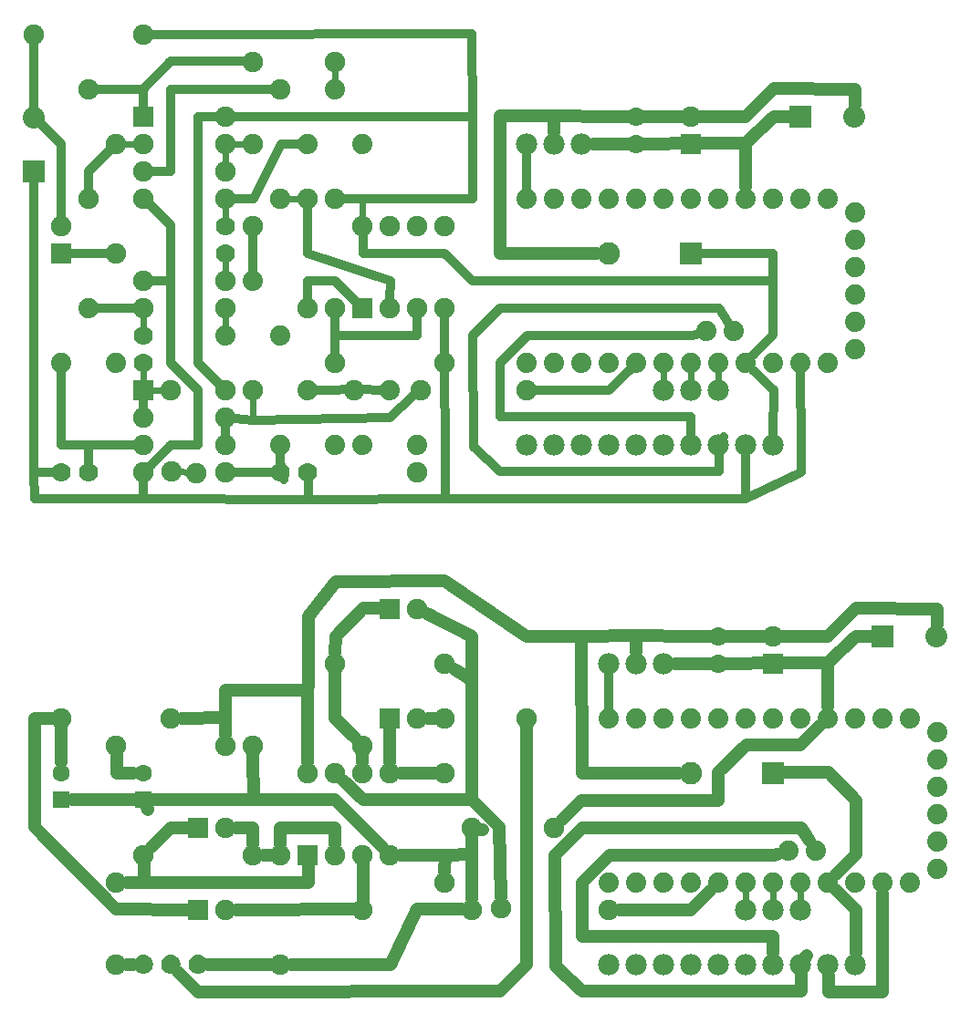
<source format=gtl>
G04 MADE WITH FRITZING*
G04 WWW.FRITZING.ORG*
G04 DOUBLE SIDED*
G04 HOLES PLATED*
G04 CONTOUR ON CENTER OF CONTOUR VECTOR*
%ASAXBY*%
%FSLAX23Y23*%
%MOIN*%
%OFA0B0*%
%SFA1.0B1.0*%
%ADD10C,0.074000*%
%ADD11C,0.078000*%
%ADD12C,0.080000*%
%ADD13C,0.082000*%
%ADD14C,0.075000*%
%ADD15C,0.070000*%
%ADD16C,0.062992*%
%ADD17R,0.080000X0.080000*%
%ADD18R,0.082000X0.082000*%
%ADD19R,0.075000X0.075000*%
%ADD20R,0.062992X0.062992*%
%ADD21C,0.048000*%
%ADD22C,0.032000*%
%ADD23C,0.024000*%
%ADD24R,0.001000X0.001000*%
%LNCOPPER1*%
G90*
G70*
G54D10*
X3215Y2491D03*
X3215Y2591D03*
X3215Y2691D03*
X3215Y2791D03*
X3215Y2891D03*
X3215Y2991D03*
X3115Y2441D03*
X3015Y2441D03*
X2915Y2441D03*
X2815Y2441D03*
X2715Y2441D03*
X2770Y2556D03*
X2670Y2556D03*
X2615Y2441D03*
X2515Y2441D03*
X2415Y2441D03*
X2315Y2441D03*
X2215Y2441D03*
X2115Y2441D03*
X2015Y2441D03*
X2015Y3041D03*
X2115Y3041D03*
X2215Y3041D03*
X2315Y3041D03*
X2415Y3041D03*
X2515Y3041D03*
X2615Y3041D03*
X2715Y3041D03*
X2815Y3041D03*
X2915Y3041D03*
X3015Y3041D03*
X3115Y3041D03*
G54D11*
X2015Y2141D03*
X2115Y2141D03*
X2215Y2141D03*
X2315Y2141D03*
X2415Y2141D03*
X2515Y2141D03*
X2615Y2141D03*
X2715Y2141D03*
X2815Y2141D03*
X2915Y2141D03*
X2015Y3241D03*
X2115Y3241D03*
X2215Y3241D03*
G54D12*
X215Y3141D03*
X215Y3338D03*
X3015Y3341D03*
X3212Y3341D03*
G54D13*
X2613Y2841D03*
X2315Y2841D03*
G54D14*
X2615Y3241D03*
X2615Y3341D03*
G54D15*
X2415Y3241D03*
X2415Y3341D03*
G54D14*
X1415Y2641D03*
X1415Y2941D03*
X1515Y2641D03*
X1515Y2941D03*
X1615Y2641D03*
X1615Y2941D03*
X1715Y2641D03*
X1715Y2941D03*
X615Y3341D03*
X915Y3341D03*
X615Y3241D03*
X915Y3241D03*
X615Y3141D03*
X915Y3141D03*
X615Y3041D03*
X915Y3041D03*
X615Y2341D03*
X915Y2341D03*
X615Y2241D03*
X915Y2241D03*
X615Y2141D03*
X915Y2141D03*
X615Y2041D03*
X915Y2041D03*
X1628Y2341D03*
X2015Y2341D03*
G54D11*
X2515Y2341D03*
X2615Y2341D03*
X2715Y2341D03*
G54D14*
X1715Y2441D03*
X1315Y2441D03*
X1315Y2641D03*
X1315Y3041D03*
G54D10*
X1415Y2141D03*
X1515Y2341D03*
X1615Y2141D03*
X1415Y2141D03*
X1515Y2341D03*
X1615Y2141D03*
X1115Y2141D03*
X1215Y2341D03*
X1315Y2141D03*
X1115Y2141D03*
X1215Y2341D03*
X1315Y2141D03*
X315Y2441D03*
X415Y2641D03*
X515Y2441D03*
X315Y2441D03*
X415Y2641D03*
X515Y2441D03*
X915Y2541D03*
X1015Y2741D03*
X1115Y2541D03*
X915Y2541D03*
X1015Y2741D03*
X1115Y2541D03*
X1215Y3241D03*
X1315Y3441D03*
X1415Y3241D03*
X1215Y3241D03*
X1315Y3441D03*
X1415Y3241D03*
G54D14*
X1215Y2641D03*
X1215Y3041D03*
X1115Y3041D03*
X1115Y3441D03*
X215Y3641D03*
X615Y3641D03*
X315Y2841D03*
X315Y2941D03*
X515Y2841D03*
X515Y3241D03*
X415Y3041D03*
X415Y3441D03*
X615Y2641D03*
X915Y2641D03*
X1015Y2941D03*
X1015Y3241D03*
X1015Y3541D03*
X1315Y3541D03*
G54D15*
X915Y2841D03*
X915Y2941D03*
X615Y2441D03*
X615Y2541D03*
G54D14*
X615Y2741D03*
X915Y2741D03*
G54D15*
X315Y2041D03*
X415Y2041D03*
X1115Y2041D03*
X1215Y2041D03*
G54D14*
X718Y2044D03*
X715Y2341D03*
X806Y2038D03*
X1615Y2041D03*
X1015Y2341D03*
X1385Y2341D03*
X1015Y2341D03*
X1385Y2341D03*
X1815Y741D03*
X2115Y741D03*
G54D10*
X3515Y591D03*
X3515Y691D03*
X3515Y791D03*
X3515Y891D03*
X3515Y991D03*
X3515Y1091D03*
X3415Y541D03*
X3315Y541D03*
X3215Y541D03*
X3115Y541D03*
X3015Y541D03*
X3070Y656D03*
X2970Y656D03*
X2915Y541D03*
X2815Y541D03*
X2715Y541D03*
X2615Y541D03*
X2515Y541D03*
X2415Y541D03*
X2315Y541D03*
X2315Y1141D03*
X2415Y1141D03*
X2515Y1141D03*
X2615Y1141D03*
X2715Y1141D03*
X2815Y1141D03*
X2915Y1141D03*
X3015Y1141D03*
X3115Y1141D03*
X3215Y1141D03*
X3315Y1141D03*
X3415Y1141D03*
G54D11*
X2315Y241D03*
X2415Y241D03*
X2515Y241D03*
X2615Y241D03*
X2715Y241D03*
X2815Y241D03*
X2915Y241D03*
X3015Y241D03*
X3115Y241D03*
X3215Y241D03*
X2315Y1341D03*
X2415Y1341D03*
X2515Y1341D03*
G54D12*
X3315Y1441D03*
X3512Y1441D03*
G54D13*
X2913Y941D03*
X2615Y941D03*
G54D14*
X2915Y1341D03*
X2915Y1441D03*
G54D15*
X2715Y1341D03*
X2715Y1441D03*
G54D14*
X1215Y641D03*
X1215Y941D03*
X1315Y641D03*
X1315Y941D03*
X1415Y641D03*
X1415Y941D03*
X1515Y641D03*
X1515Y941D03*
G54D16*
X615Y843D03*
X615Y941D03*
G54D14*
X1920Y446D03*
X2315Y441D03*
G54D11*
X2815Y441D03*
X2915Y441D03*
X3015Y441D03*
G54D16*
X315Y843D03*
X315Y941D03*
G54D14*
X515Y1041D03*
X915Y1041D03*
X315Y1141D03*
X715Y1141D03*
X815Y441D03*
X915Y441D03*
X1415Y441D03*
X1815Y441D03*
X1115Y641D03*
X1115Y241D03*
X615Y641D03*
X1015Y641D03*
X815Y741D03*
X915Y741D03*
G54D15*
X815Y241D03*
X715Y241D03*
X615Y241D03*
G54D14*
X515Y241D03*
X515Y541D03*
X1515Y1141D03*
X1615Y1141D03*
X1715Y941D03*
X1715Y541D03*
X1715Y1141D03*
X2015Y1141D03*
X1015Y1041D03*
X1415Y1041D03*
X1315Y1341D03*
X1715Y1341D03*
X1515Y1541D03*
X1615Y1541D03*
G54D17*
X215Y3141D03*
X3015Y3341D03*
G54D18*
X2614Y2841D03*
G54D19*
X2615Y3241D03*
X1415Y2641D03*
X615Y3341D03*
X615Y2341D03*
X315Y2841D03*
G54D17*
X3315Y1441D03*
G54D18*
X2914Y941D03*
G54D19*
X2915Y1341D03*
X1215Y641D03*
G54D20*
X615Y843D03*
X315Y843D03*
G54D19*
X815Y441D03*
X815Y741D03*
X1515Y1141D03*
X1515Y1541D03*
G54D21*
X3117Y943D02*
X2956Y942D01*
D02*
X3216Y840D02*
X3117Y943D01*
D02*
X3216Y642D02*
X3216Y840D01*
G54D22*
D02*
X1916Y2441D02*
X1916Y2242D01*
G54D21*
D02*
X3145Y571D02*
X3216Y642D01*
G54D22*
D02*
X2617Y2540D02*
X2016Y2541D01*
G54D21*
D02*
X2816Y1042D02*
X2714Y943D01*
G54D22*
D02*
X2615Y2242D02*
X2615Y2177D01*
G54D21*
D02*
X3014Y1042D02*
X2816Y1042D01*
G54D22*
D02*
X1916Y2242D02*
X2615Y2242D01*
D02*
X2016Y2541D02*
X1916Y2441D01*
G54D21*
D02*
X2714Y943D02*
X2714Y840D01*
D02*
X2714Y840D02*
X2215Y840D01*
G54D22*
D02*
X2635Y2545D02*
X2617Y2540D01*
G54D21*
D02*
X2215Y840D02*
X2143Y769D01*
D02*
X3085Y1112D02*
X3014Y1042D01*
D02*
X1815Y741D02*
X1854Y732D01*
D02*
X1815Y642D02*
X1815Y741D01*
G54D22*
D02*
X2917Y2341D02*
X2915Y2177D01*
G54D21*
D02*
X1914Y742D02*
X1919Y486D01*
D02*
X1814Y843D02*
X1914Y742D01*
G54D22*
D02*
X2841Y2415D02*
X2917Y2341D01*
G54D21*
D02*
X3314Y140D02*
X3117Y140D01*
G54D22*
D02*
X3016Y2041D02*
X2815Y1942D01*
D02*
X3016Y2142D02*
X3016Y2041D01*
G54D21*
D02*
X3117Y140D02*
X3116Y200D01*
G54D22*
D02*
X2815Y1942D02*
X2815Y2106D01*
G54D21*
D02*
X3315Y499D02*
X3314Y140D01*
G54D22*
D02*
X3015Y2405D02*
X3016Y2142D01*
D02*
X1821Y2133D02*
X1916Y2042D01*
D02*
X2717Y2042D02*
X2716Y2142D01*
G54D21*
D02*
X1815Y1280D02*
X1749Y1320D01*
D02*
X2930Y644D02*
X2917Y640D01*
G54D22*
D02*
X1816Y2541D02*
X1821Y2133D01*
D02*
X2716Y2142D02*
X2735Y2171D01*
G54D21*
D02*
X2915Y342D02*
X2915Y283D01*
G54D22*
D02*
X1916Y2042D02*
X2717Y2042D01*
G54D21*
D02*
X2316Y641D02*
X2216Y541D01*
G54D22*
D02*
X1916Y2641D02*
X1816Y2541D01*
G54D21*
D02*
X2216Y541D02*
X2216Y342D01*
D02*
X2917Y640D02*
X2316Y641D01*
G54D22*
D02*
X2716Y2641D02*
X1916Y2641D01*
D02*
X2750Y2587D02*
X2716Y2641D01*
G54D21*
D02*
X2216Y342D02*
X2915Y342D01*
D02*
X1814Y843D02*
X1815Y1280D01*
G54D22*
D02*
X2015Y3078D02*
X2015Y3206D01*
G54D21*
D02*
X1815Y1441D02*
X1651Y1524D01*
D02*
X2815Y3243D02*
X2256Y3241D01*
D02*
X2815Y3084D02*
X2815Y3243D01*
D02*
X1815Y1280D02*
X1815Y1441D01*
D02*
X2815Y3341D02*
X2917Y3444D01*
D02*
X2917Y3444D02*
X3214Y3440D01*
D02*
X3145Y512D02*
X3217Y441D01*
D02*
X2114Y3343D02*
X2317Y3341D01*
D02*
X3217Y441D02*
X3216Y283D01*
D02*
X2317Y3341D02*
X2815Y3341D01*
D02*
X3214Y3440D02*
X3213Y3384D01*
D02*
X1716Y641D02*
X1555Y641D01*
D02*
X2115Y3283D02*
X2114Y3343D01*
D02*
X1815Y642D02*
X1716Y641D01*
D02*
X3047Y692D02*
X3016Y741D01*
D02*
X3017Y142D02*
X3016Y242D01*
D02*
X2216Y741D02*
X2116Y641D01*
D02*
X2917Y3341D02*
X2973Y3341D01*
D02*
X3016Y242D02*
X3038Y275D01*
D02*
X2815Y3243D02*
X2917Y3341D01*
D02*
X2216Y142D02*
X3017Y142D01*
D02*
X3016Y741D02*
X2216Y741D01*
D02*
X2116Y641D02*
X2121Y233D01*
G54D22*
D02*
X2915Y2542D02*
X2915Y2840D01*
G54D21*
D02*
X2121Y233D02*
X2216Y142D01*
G54D22*
D02*
X2915Y2840D02*
X2651Y2841D01*
D02*
X2841Y2467D02*
X2915Y2542D01*
D02*
X2315Y1178D02*
X2315Y1306D01*
G54D21*
D02*
X3115Y1184D02*
X3115Y1343D01*
D02*
X3115Y1343D02*
X2556Y1341D01*
D02*
X1916Y3343D02*
X1916Y2840D01*
D02*
X1416Y842D02*
X1814Y843D01*
D02*
X1916Y2840D02*
X2272Y2841D01*
D02*
X2617Y1441D02*
X3115Y1441D01*
D02*
X2114Y3343D02*
X1916Y3343D01*
D02*
X2415Y1383D02*
X2414Y1443D01*
D02*
X3514Y1540D02*
X3513Y1484D01*
D02*
X2414Y1443D02*
X2617Y1441D01*
D02*
X3217Y1544D02*
X3514Y1540D01*
D02*
X3115Y1441D02*
X3217Y1544D01*
D02*
X1344Y914D02*
X1416Y842D01*
D02*
X3217Y1441D02*
X3273Y1441D01*
D02*
X3115Y1343D02*
X3217Y1441D01*
D02*
X915Y1243D02*
X915Y1081D01*
G54D22*
D02*
X1416Y2840D02*
X1416Y2907D01*
D02*
X1714Y2840D02*
X1516Y2840D01*
G54D21*
D02*
X516Y940D02*
X516Y1002D01*
G54D22*
D02*
X1817Y2741D02*
X1714Y2840D01*
G54D21*
D02*
X577Y941D02*
X516Y940D01*
G54D22*
D02*
X2915Y2741D02*
X1817Y2741D01*
D02*
X1516Y2840D02*
X1416Y2840D01*
G54D21*
D02*
X2215Y1441D02*
X2216Y940D01*
G54D22*
D02*
X2915Y2840D02*
X2915Y2741D01*
G54D21*
D02*
X2216Y940D02*
X2572Y941D01*
D02*
X2414Y1443D02*
X2215Y1441D01*
D02*
X1016Y843D02*
X815Y842D01*
D02*
X815Y842D02*
X616Y842D01*
D02*
X1314Y842D02*
X1016Y843D01*
G54D22*
D02*
X1717Y1942D02*
X1715Y2607D01*
G54D21*
D02*
X1416Y740D02*
X1314Y842D01*
G54D22*
D02*
X2815Y1942D02*
X1717Y1942D01*
G54D21*
D02*
X616Y842D02*
X630Y808D01*
D02*
X1487Y669D02*
X1416Y740D01*
G54D22*
D02*
X813Y2440D02*
X891Y2365D01*
D02*
X813Y3340D02*
X813Y2440D01*
G54D21*
D02*
X915Y1142D02*
X755Y1141D01*
G54D22*
D02*
X881Y3341D02*
X813Y3340D01*
G54D21*
D02*
X915Y1243D02*
X915Y1142D01*
G54D22*
D02*
X1315Y3041D02*
X1817Y3041D01*
G54D21*
D02*
X315Y979D02*
X315Y1102D01*
G54D22*
D02*
X1817Y3041D02*
X1817Y3340D01*
D02*
X1817Y3340D02*
X949Y3341D01*
D02*
X1216Y1940D02*
X614Y1942D01*
G54D21*
D02*
X616Y842D02*
X353Y843D01*
G54D22*
D02*
X614Y1942D02*
X615Y2007D01*
G54D21*
D02*
X2355Y441D02*
X2614Y440D01*
G54D22*
D02*
X1717Y1942D02*
X1216Y1940D01*
G54D21*
D02*
X2614Y440D02*
X2685Y511D01*
G54D22*
D02*
X1015Y2231D02*
X949Y2238D01*
G54D21*
D02*
X1416Y442D02*
X955Y441D01*
G54D22*
D02*
X1514Y2241D02*
X1015Y2231D01*
G54D23*
D02*
X3015Y510D02*
X3015Y471D01*
G54D22*
D02*
X1602Y2319D02*
X1514Y2241D01*
G54D21*
D02*
X1416Y542D02*
X1416Y442D01*
G54D23*
D02*
X2915Y471D02*
X2915Y510D01*
G54D21*
D02*
X1416Y602D02*
X1416Y542D01*
G54D22*
D02*
X2314Y2340D02*
X2389Y2415D01*
G54D23*
D02*
X2815Y471D02*
X2815Y510D01*
G54D22*
D02*
X2049Y2341D02*
X2314Y2340D01*
G54D23*
D02*
X2715Y2410D02*
X2715Y2371D01*
G54D21*
D02*
X216Y1041D02*
X216Y742D01*
D02*
X515Y442D02*
X776Y441D01*
G54D23*
D02*
X2615Y2371D02*
X2615Y2410D01*
G54D21*
D02*
X216Y742D02*
X515Y442D01*
D02*
X216Y1140D02*
X216Y1041D01*
G54D23*
D02*
X2515Y2371D02*
X2515Y2410D01*
G54D21*
D02*
X276Y1141D02*
X216Y1140D01*
G54D22*
D02*
X715Y2141D02*
X815Y2141D01*
G54D21*
D02*
X1416Y542D02*
X1416Y481D01*
G54D22*
D02*
X715Y2441D02*
X715Y2741D01*
D02*
X815Y2341D02*
X715Y2441D01*
D02*
X715Y2741D02*
X714Y2942D01*
G54D21*
D02*
X1815Y642D02*
X1815Y481D01*
G54D22*
D02*
X815Y2141D02*
X815Y2341D01*
D02*
X714Y2942D02*
X639Y3017D01*
G54D21*
D02*
X1314Y740D02*
X1115Y740D01*
G54D22*
D02*
X640Y2065D02*
X715Y2141D01*
G54D21*
D02*
X1115Y740D02*
X1115Y681D01*
D02*
X1315Y681D02*
X1314Y740D01*
G54D22*
D02*
X915Y2207D02*
X915Y2175D01*
G54D21*
D02*
X1516Y241D02*
X1155Y241D01*
G54D23*
D02*
X1414Y3041D02*
X1344Y3041D01*
G54D21*
D02*
X1615Y442D02*
X1516Y241D01*
G54D23*
D02*
X1415Y2970D02*
X1414Y3041D01*
G54D21*
D02*
X1776Y442D02*
X1615Y442D01*
G54D22*
D02*
X1614Y2540D02*
X1615Y2607D01*
G54D21*
D02*
X1076Y641D02*
X1055Y641D01*
G54D22*
D02*
X1315Y2540D02*
X1614Y2540D01*
G54D21*
D02*
X616Y540D02*
X1216Y541D01*
G54D22*
D02*
X1315Y2607D02*
X1315Y2540D01*
G54D21*
D02*
X1216Y541D02*
X1216Y602D01*
G54D22*
D02*
X1315Y2540D02*
X1315Y2475D01*
G54D21*
D02*
X616Y602D02*
X616Y540D01*
G54D22*
D02*
X1314Y2741D02*
X1215Y2741D01*
G54D21*
D02*
X1015Y740D02*
X955Y741D01*
G54D22*
D02*
X1215Y2741D02*
X1215Y2675D01*
G54D21*
D02*
X1015Y681D02*
X1015Y740D01*
G54D22*
D02*
X1391Y2665D02*
X1314Y2741D01*
D02*
X1516Y2741D02*
X1515Y2675D01*
G54D21*
D02*
X715Y740D02*
X776Y741D01*
G54D22*
D02*
X1215Y2840D02*
X1516Y2741D01*
G54D21*
D02*
X643Y669D02*
X715Y740D01*
G54D22*
D02*
X1215Y3007D02*
X1215Y2840D01*
G54D21*
D02*
X616Y540D02*
X555Y541D01*
G54D23*
D02*
X1144Y3041D02*
X1187Y3041D01*
G54D22*
D02*
X715Y3441D02*
X1081Y3441D01*
G54D21*
D02*
X555Y241D02*
X578Y241D01*
G54D22*
D02*
X715Y3141D02*
X715Y3441D01*
D02*
X649Y3141D02*
X715Y3141D01*
G54D21*
D02*
X1076Y241D02*
X852Y241D01*
G54D22*
D02*
X215Y2040D02*
X215Y3105D01*
D02*
X216Y1942D02*
X215Y2040D01*
D02*
X614Y1942D02*
X216Y1942D01*
G54D23*
D02*
X200Y3113D02*
X215Y3141D01*
G54D22*
D02*
X215Y3375D02*
X215Y3607D01*
G54D21*
D02*
X1676Y941D02*
X1555Y941D01*
G54D22*
D02*
X1815Y3642D02*
X649Y3641D01*
G54D21*
D02*
X1716Y641D02*
X1715Y581D01*
G54D22*
D02*
X1817Y3340D02*
X1815Y3642D01*
D02*
X315Y3240D02*
X241Y3313D01*
D02*
X315Y2975D02*
X315Y3240D01*
G54D21*
D02*
X1218Y1513D02*
X1316Y1640D01*
G54D23*
D02*
X544Y3241D02*
X587Y3241D01*
G54D21*
D02*
X2014Y1441D02*
X2215Y1441D01*
G54D22*
D02*
X349Y2841D02*
X481Y2841D01*
G54D21*
D02*
X1715Y1642D02*
X2014Y1441D01*
G54D22*
D02*
X415Y3141D02*
X415Y3075D01*
G54D21*
D02*
X1316Y1640D02*
X1715Y1642D01*
G54D22*
D02*
X491Y3217D02*
X415Y3141D01*
G54D21*
D02*
X1215Y981D02*
X1218Y1513D01*
G54D22*
D02*
X614Y3440D02*
X449Y3441D01*
D02*
X615Y3375D02*
X614Y3440D01*
G54D21*
D02*
X1215Y1243D02*
X1215Y981D01*
G54D22*
D02*
X1116Y3240D02*
X1179Y3241D01*
G54D21*
D02*
X915Y1243D02*
X1215Y1243D01*
G54D22*
D02*
X1016Y3041D02*
X1116Y3240D01*
G54D21*
D02*
X1515Y981D02*
X1515Y1102D01*
G54D22*
D02*
X949Y3041D02*
X1016Y3041D01*
G54D21*
D02*
X1655Y1141D02*
X1676Y1141D01*
G54D23*
D02*
X1315Y3472D02*
X1315Y3513D01*
G54D21*
D02*
X1916Y142D02*
X2015Y241D01*
G54D22*
D02*
X713Y3543D02*
X981Y3542D01*
G54D21*
D02*
X814Y140D02*
X1916Y142D01*
G54D22*
D02*
X614Y3440D02*
X713Y3543D01*
G54D21*
D02*
X2015Y241D02*
X2015Y1102D01*
G54D23*
D02*
X915Y3013D02*
X915Y2968D01*
G54D21*
D02*
X741Y215D02*
X814Y140D01*
G54D23*
D02*
X915Y3170D02*
X915Y3213D01*
G54D21*
D02*
X1415Y981D02*
X1415Y1002D01*
G54D23*
D02*
X944Y3241D02*
X987Y3241D01*
G54D21*
D02*
X1016Y843D02*
X1015Y1002D01*
G54D22*
D02*
X1015Y2907D02*
X1015Y2778D01*
G54D21*
D02*
X1315Y1141D02*
X1315Y1302D01*
G54D23*
D02*
X915Y2613D02*
X915Y2572D01*
G54D21*
D02*
X1387Y1069D02*
X1315Y1141D01*
G54D22*
D02*
X415Y2141D02*
X581Y2141D01*
G54D21*
D02*
X1316Y1441D02*
X1416Y1542D01*
G54D22*
D02*
X315Y2141D02*
X415Y2141D01*
G54D21*
D02*
X1416Y1542D02*
X1476Y1542D01*
G54D22*
D02*
X315Y2405D02*
X315Y2141D01*
G54D21*
D02*
X1315Y1381D02*
X1316Y1441D01*
G54D23*
D02*
X615Y2415D02*
X615Y2370D01*
D02*
X615Y2613D02*
X615Y2568D01*
G54D22*
D02*
X615Y2307D02*
X615Y2275D01*
D02*
X452Y2641D02*
X581Y2641D01*
G54D23*
D02*
X915Y2770D02*
X915Y2815D01*
G54D22*
D02*
X715Y2741D02*
X649Y2741D01*
D02*
X215Y2040D02*
X284Y2041D01*
D02*
X415Y2141D02*
X415Y2073D01*
D02*
X1252Y2341D02*
X1415Y2342D01*
D02*
X1415Y2342D02*
X1479Y2341D01*
D02*
X1116Y2040D02*
X949Y2041D01*
D02*
X1115Y2105D02*
X1116Y2040D01*
D02*
X1116Y2040D02*
X1128Y2012D01*
D02*
X1216Y1940D02*
X1216Y2010D01*
G54D23*
D02*
X747Y2042D02*
X777Y2040D01*
D02*
X644Y2341D02*
X687Y2341D01*
D02*
X1015Y2231D02*
X1015Y2312D01*
G54D24*
X608Y276D02*
X621Y276D01*
X708Y276D02*
X721Y276D01*
X808Y276D02*
X821Y276D01*
X605Y275D02*
X624Y275D01*
X705Y275D02*
X724Y275D01*
X805Y275D02*
X824Y275D01*
X603Y274D02*
X627Y274D01*
X703Y274D02*
X727Y274D01*
X803Y274D02*
X827Y274D01*
X601Y273D02*
X629Y273D01*
X701Y273D02*
X729Y273D01*
X801Y273D02*
X829Y273D01*
X599Y272D02*
X631Y272D01*
X699Y272D02*
X731Y272D01*
X799Y272D02*
X831Y272D01*
X597Y271D02*
X632Y271D01*
X697Y271D02*
X732Y271D01*
X797Y271D02*
X832Y271D01*
X596Y270D02*
X634Y270D01*
X696Y270D02*
X734Y270D01*
X796Y270D02*
X834Y270D01*
X594Y269D02*
X635Y269D01*
X694Y269D02*
X735Y269D01*
X794Y269D02*
X835Y269D01*
X593Y268D02*
X636Y268D01*
X693Y268D02*
X736Y268D01*
X793Y268D02*
X836Y268D01*
X592Y267D02*
X637Y267D01*
X692Y267D02*
X737Y267D01*
X792Y267D02*
X837Y267D01*
X591Y266D02*
X639Y266D01*
X691Y266D02*
X739Y266D01*
X791Y266D02*
X839Y266D01*
X590Y265D02*
X639Y265D01*
X690Y265D02*
X739Y265D01*
X790Y265D02*
X839Y265D01*
X589Y264D02*
X640Y264D01*
X689Y264D02*
X740Y264D01*
X789Y264D02*
X840Y264D01*
X588Y263D02*
X641Y263D01*
X688Y263D02*
X741Y263D01*
X788Y263D02*
X841Y263D01*
X588Y262D02*
X642Y262D01*
X688Y262D02*
X742Y262D01*
X788Y262D02*
X842Y262D01*
X587Y261D02*
X643Y261D01*
X687Y261D02*
X743Y261D01*
X787Y261D02*
X843Y261D01*
X586Y260D02*
X643Y260D01*
X686Y260D02*
X743Y260D01*
X786Y260D02*
X843Y260D01*
X585Y259D02*
X644Y259D01*
X685Y259D02*
X744Y259D01*
X785Y259D02*
X844Y259D01*
X585Y258D02*
X645Y258D01*
X685Y258D02*
X745Y258D01*
X785Y258D02*
X845Y258D01*
X584Y257D02*
X645Y257D01*
X684Y257D02*
X745Y257D01*
X784Y257D02*
X845Y257D01*
X584Y256D02*
X609Y256D01*
X621Y256D02*
X646Y256D01*
X684Y256D02*
X709Y256D01*
X721Y256D02*
X746Y256D01*
X784Y256D02*
X809Y256D01*
X821Y256D02*
X846Y256D01*
X583Y255D02*
X606Y255D01*
X623Y255D02*
X646Y255D01*
X683Y255D02*
X706Y255D01*
X723Y255D02*
X746Y255D01*
X783Y255D02*
X806Y255D01*
X823Y255D02*
X846Y255D01*
X583Y254D02*
X604Y254D01*
X625Y254D02*
X647Y254D01*
X683Y254D02*
X704Y254D01*
X725Y254D02*
X747Y254D01*
X783Y254D02*
X804Y254D01*
X825Y254D02*
X847Y254D01*
X582Y253D02*
X603Y253D01*
X626Y253D02*
X647Y253D01*
X682Y253D02*
X703Y253D01*
X726Y253D02*
X747Y253D01*
X782Y253D02*
X803Y253D01*
X826Y253D02*
X847Y253D01*
X582Y252D02*
X602Y252D01*
X627Y252D02*
X647Y252D01*
X682Y252D02*
X702Y252D01*
X727Y252D02*
X747Y252D01*
X782Y252D02*
X802Y252D01*
X827Y252D02*
X847Y252D01*
X582Y251D02*
X602Y251D01*
X628Y251D02*
X648Y251D01*
X682Y251D02*
X702Y251D01*
X728Y251D02*
X748Y251D01*
X782Y251D02*
X802Y251D01*
X828Y251D02*
X848Y251D01*
X581Y250D02*
X601Y250D01*
X628Y250D02*
X648Y250D01*
X681Y250D02*
X701Y250D01*
X728Y250D02*
X748Y250D01*
X781Y250D02*
X801Y250D01*
X828Y250D02*
X848Y250D01*
X581Y249D02*
X601Y249D01*
X629Y249D02*
X648Y249D01*
X681Y249D02*
X701Y249D01*
X729Y249D02*
X748Y249D01*
X781Y249D02*
X801Y249D01*
X829Y249D02*
X848Y249D01*
X581Y248D02*
X600Y248D01*
X629Y248D02*
X649Y248D01*
X681Y248D02*
X700Y248D01*
X729Y248D02*
X749Y248D01*
X781Y248D02*
X800Y248D01*
X829Y248D02*
X849Y248D01*
X581Y247D02*
X600Y247D01*
X630Y247D02*
X649Y247D01*
X681Y247D02*
X700Y247D01*
X730Y247D02*
X749Y247D01*
X781Y247D02*
X800Y247D01*
X830Y247D02*
X849Y247D01*
X581Y246D02*
X600Y246D01*
X630Y246D02*
X649Y246D01*
X681Y246D02*
X700Y246D01*
X730Y246D02*
X749Y246D01*
X781Y246D02*
X800Y246D01*
X830Y246D02*
X849Y246D01*
X580Y245D02*
X599Y245D01*
X630Y245D02*
X649Y245D01*
X680Y245D02*
X699Y245D01*
X730Y245D02*
X749Y245D01*
X780Y245D02*
X799Y245D01*
X830Y245D02*
X849Y245D01*
X580Y244D02*
X599Y244D01*
X630Y244D02*
X649Y244D01*
X680Y244D02*
X699Y244D01*
X730Y244D02*
X749Y244D01*
X780Y244D02*
X799Y244D01*
X830Y244D02*
X849Y244D01*
X580Y243D02*
X599Y243D01*
X630Y243D02*
X649Y243D01*
X680Y243D02*
X699Y243D01*
X730Y243D02*
X749Y243D01*
X780Y243D02*
X799Y243D01*
X830Y243D02*
X849Y243D01*
X580Y242D02*
X599Y242D01*
X630Y242D02*
X649Y242D01*
X680Y242D02*
X699Y242D01*
X730Y242D02*
X749Y242D01*
X780Y242D02*
X799Y242D01*
X830Y242D02*
X849Y242D01*
X580Y241D02*
X599Y241D01*
X630Y241D02*
X649Y241D01*
X680Y241D02*
X699Y241D01*
X730Y241D02*
X749Y241D01*
X780Y241D02*
X799Y241D01*
X830Y241D02*
X849Y241D01*
X580Y240D02*
X599Y240D01*
X630Y240D02*
X649Y240D01*
X680Y240D02*
X699Y240D01*
X730Y240D02*
X749Y240D01*
X780Y240D02*
X799Y240D01*
X830Y240D02*
X849Y240D01*
X580Y239D02*
X599Y239D01*
X630Y239D02*
X649Y239D01*
X680Y239D02*
X699Y239D01*
X730Y239D02*
X749Y239D01*
X780Y239D02*
X799Y239D01*
X830Y239D02*
X849Y239D01*
X581Y238D02*
X600Y238D01*
X630Y238D02*
X649Y238D01*
X681Y238D02*
X700Y238D01*
X730Y238D02*
X749Y238D01*
X781Y238D02*
X800Y238D01*
X830Y238D02*
X849Y238D01*
X581Y237D02*
X600Y237D01*
X630Y237D02*
X649Y237D01*
X681Y237D02*
X700Y237D01*
X730Y237D02*
X749Y237D01*
X781Y237D02*
X800Y237D01*
X830Y237D02*
X849Y237D01*
X581Y236D02*
X600Y236D01*
X629Y236D02*
X649Y236D01*
X681Y236D02*
X700Y236D01*
X729Y236D02*
X749Y236D01*
X781Y236D02*
X800Y236D01*
X829Y236D02*
X849Y236D01*
X581Y235D02*
X600Y235D01*
X629Y235D02*
X648Y235D01*
X681Y235D02*
X700Y235D01*
X729Y235D02*
X748Y235D01*
X781Y235D02*
X800Y235D01*
X829Y235D02*
X848Y235D01*
X581Y234D02*
X601Y234D01*
X629Y234D02*
X648Y234D01*
X681Y234D02*
X701Y234D01*
X729Y234D02*
X748Y234D01*
X781Y234D02*
X801Y234D01*
X829Y234D02*
X848Y234D01*
X582Y233D02*
X601Y233D01*
X628Y233D02*
X648Y233D01*
X682Y233D02*
X701Y233D01*
X728Y233D02*
X748Y233D01*
X782Y233D02*
X801Y233D01*
X828Y233D02*
X848Y233D01*
X582Y232D02*
X602Y232D01*
X627Y232D02*
X648Y232D01*
X682Y232D02*
X702Y232D01*
X727Y232D02*
X748Y232D01*
X782Y232D02*
X802Y232D01*
X827Y232D02*
X848Y232D01*
X582Y231D02*
X603Y231D01*
X627Y231D02*
X647Y231D01*
X682Y231D02*
X703Y231D01*
X727Y231D02*
X747Y231D01*
X782Y231D02*
X803Y231D01*
X827Y231D02*
X847Y231D01*
X583Y230D02*
X604Y230D01*
X625Y230D02*
X647Y230D01*
X683Y230D02*
X704Y230D01*
X725Y230D02*
X747Y230D01*
X783Y230D02*
X804Y230D01*
X825Y230D02*
X847Y230D01*
X583Y229D02*
X605Y229D01*
X624Y229D02*
X646Y229D01*
X683Y229D02*
X705Y229D01*
X724Y229D02*
X746Y229D01*
X783Y229D02*
X805Y229D01*
X824Y229D02*
X846Y229D01*
X584Y228D02*
X607Y228D01*
X622Y228D02*
X646Y228D01*
X684Y228D02*
X707Y228D01*
X722Y228D02*
X746Y228D01*
X784Y228D02*
X807Y228D01*
X822Y228D02*
X846Y228D01*
X584Y227D02*
X612Y227D01*
X618Y227D02*
X645Y227D01*
X684Y227D02*
X712Y227D01*
X718Y227D02*
X745Y227D01*
X784Y227D02*
X812Y227D01*
X818Y227D02*
X845Y227D01*
X585Y226D02*
X645Y226D01*
X685Y226D02*
X745Y226D01*
X785Y226D02*
X845Y226D01*
X585Y225D02*
X644Y225D01*
X685Y225D02*
X744Y225D01*
X785Y225D02*
X844Y225D01*
X586Y224D02*
X644Y224D01*
X686Y224D02*
X744Y224D01*
X786Y224D02*
X844Y224D01*
X587Y223D02*
X643Y223D01*
X687Y223D02*
X743Y223D01*
X787Y223D02*
X843Y223D01*
X587Y222D02*
X642Y222D01*
X687Y222D02*
X742Y222D01*
X787Y222D02*
X842Y222D01*
X588Y221D02*
X641Y221D01*
X688Y221D02*
X741Y221D01*
X788Y221D02*
X841Y221D01*
X589Y220D02*
X641Y220D01*
X689Y220D02*
X741Y220D01*
X789Y220D02*
X841Y220D01*
X590Y219D02*
X640Y219D01*
X690Y219D02*
X740Y219D01*
X790Y219D02*
X840Y219D01*
X591Y218D02*
X639Y218D01*
X691Y218D02*
X739Y218D01*
X791Y218D02*
X839Y218D01*
X592Y217D02*
X638Y217D01*
X692Y217D02*
X738Y217D01*
X792Y217D02*
X838Y217D01*
X593Y216D02*
X637Y216D01*
X693Y216D02*
X737Y216D01*
X793Y216D02*
X837Y216D01*
X594Y215D02*
X636Y215D01*
X694Y215D02*
X736Y215D01*
X794Y215D02*
X836Y215D01*
X595Y214D02*
X634Y214D01*
X695Y214D02*
X734Y214D01*
X795Y214D02*
X834Y214D01*
X597Y213D02*
X633Y213D01*
X697Y213D02*
X733Y213D01*
X797Y213D02*
X833Y213D01*
X598Y212D02*
X631Y212D01*
X698Y212D02*
X731Y212D01*
X798Y212D02*
X831Y212D01*
X600Y211D02*
X630Y211D01*
X700Y211D02*
X730Y211D01*
X800Y211D02*
X830Y211D01*
X602Y210D02*
X628Y210D01*
X702Y210D02*
X728Y210D01*
X802Y210D02*
X828Y210D01*
X604Y209D02*
X625Y209D01*
X704Y209D02*
X725Y209D01*
X804Y209D02*
X825Y209D01*
X607Y208D02*
X622Y208D01*
X707Y208D02*
X722Y208D01*
X807Y208D02*
X822Y208D01*
X612Y207D02*
X617Y207D01*
X712Y207D02*
X717Y207D01*
X812Y207D02*
X817Y207D01*
D02*
G04 End of Copper1*
M02*
</source>
